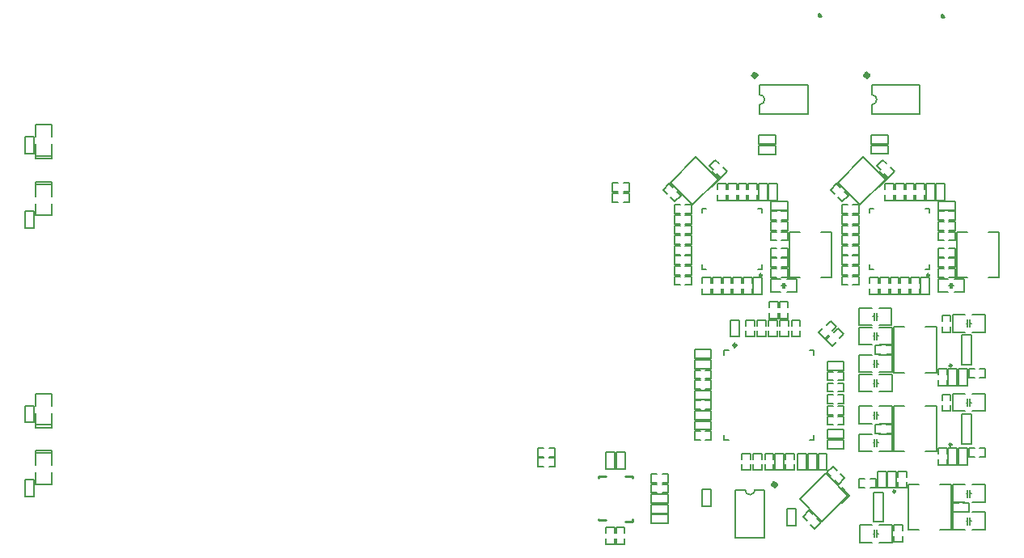
<source format=gbr>
%TF.GenerationSoftware,Altium Limited,Altium Designer,24.0.1 (36)*%
G04 Layer_Color=32896*
%FSLAX45Y45*%
%MOMM*%
%TF.SameCoordinates,AAAF7447-B715-4BC7-9B32-5AEFA729C21C*%
%TF.FilePolarity,Positive*%
%TF.FileFunction,Legend,Bot*%
%TF.Part,Single*%
G01*
G75*
%TA.AperFunction,NonConductor*%
%ADD70C,0.25000*%
%ADD71C,0.20000*%
%ADD73C,0.50000*%
%ADD74C,0.20320*%
%ADD75C,0.15240*%
%ADD76C,0.25400*%
%ADD79C,0.30000*%
%ADD80C,0.15000*%
D70*
X9984540Y4203800D02*
G03*
X9984540Y4203800I-12500J0D01*
G01*
X9751140Y5977620D02*
G03*
X9751140Y5977620I-12500J0D01*
G01*
X7998540D02*
G03*
X7998540Y5977620I-12500J0D01*
G01*
X9395260Y3713380D02*
G03*
X9395260Y3713380I-12500J0D01*
G01*
X9984540Y5031840D02*
G03*
X9984540Y5031840I-12500J0D01*
G01*
D71*
X8477060Y7663180D02*
Y7967980D01*
X7977060Y7663180D02*
X8477060D01*
X7977060Y7967980D02*
X8477060D01*
X9650540Y7663180D02*
Y7967980D01*
X9150540Y7663180D02*
X9650540D01*
X9150540Y7967980D02*
X9650540D01*
X7721600Y3229800D02*
Y3729800D01*
X8026400Y3229800D02*
Y3729800D01*
X7721600Y3229800D02*
X8026400D01*
X10187940Y4213800D02*
Y4523800D01*
X10087140Y4213800D02*
Y4523800D01*
X10187940D01*
X10087140Y4213800D02*
X10187940D01*
X9123640Y6042620D02*
Y6087620D01*
Y6042620D02*
X9168640D01*
X9123640Y6627620D02*
Y6672620D01*
X9168640D01*
X9708640D02*
X9753640D01*
Y6627620D02*
Y6672620D01*
Y6042620D02*
Y6087620D01*
X9708640Y6042620D02*
X9753640D01*
X8494649Y5191861D02*
X8544662Y5191862D01*
X8544661Y5141849D02*
X8544662Y5191862D01*
X8544661Y4301871D02*
X8544662Y4251858D01*
X8494649Y4251859D02*
X8544662Y4251858D01*
X7604658Y5191862D02*
X7654671Y5191861D01*
X7604658Y5191862D02*
X7604659Y5141849D01*
X7604658Y4251858D02*
X7604659Y4301871D01*
X7604658Y4251858D02*
X7654671Y4251859D01*
X9229189Y6903614D02*
X9310012Y6984437D01*
X9229189Y7065259D02*
X9308216Y6986233D01*
X7956040Y6042620D02*
X8001040D01*
Y6087620D01*
Y6627620D02*
Y6672620D01*
X7956040D02*
X8001040D01*
X7371040D02*
X7416040D01*
X7371040Y6627620D02*
Y6672620D01*
Y6042620D02*
X7416040D01*
X7371040D02*
Y6087620D01*
X7476589Y7065259D02*
X7555616Y6986233D01*
X7476589Y6903614D02*
X7557412Y6984437D01*
X9166860Y3703380D02*
X9267660D01*
X9166860Y3393380D02*
X9267660D01*
Y3703380D01*
X9166860Y3393380D02*
Y3703380D01*
X10087140Y5041840D02*
X10187940D01*
X10087140Y5351840D02*
X10187940D01*
X10087140Y5041840D02*
Y5351840D01*
X10187940Y5041840D02*
Y5351840D01*
X8832949Y3750559D02*
X8911976Y3671533D01*
X8832949Y3588914D02*
X8913772Y3669737D01*
D73*
X7937710Y8069580D02*
G03*
X7937710Y8069580I-15450J0D01*
G01*
X9111190D02*
G03*
X9111190Y8069580I-15450J0D01*
G01*
X8143450Y3784600D02*
G03*
X8143450Y3784600I-15450J0D01*
G01*
D74*
X7977060Y7764780D02*
G03*
X8027860Y7815580I0J50800D01*
G01*
X8027860D02*
G03*
X7977060Y7866380I-50800J0D01*
G01*
X9150540Y7764780D02*
G03*
X9201340Y7815580I0J50800D01*
G01*
X9201340D02*
G03*
X9150540Y7866380I-50800J0D01*
G01*
X7874000Y3679000D02*
G03*
X7924800Y3729800I0J50800D01*
G01*
X7823200D02*
G03*
X7874000Y3679000I50800J0D01*
G01*
X9225280Y5453388D02*
X9357180D01*
X9017180D02*
X9149080D01*
X9017180Y5636252D02*
X9149080D01*
X9225280D02*
X9357180D01*
Y5453372D02*
Y5636252D01*
X9017180Y5453372D02*
Y5636252D01*
X9226555Y4757399D02*
X9358455D01*
X9018455D02*
X9150355D01*
X9018455Y4940263D02*
X9150355D01*
X9226555D02*
X9358455D01*
Y4757383D02*
Y4940263D01*
X9018455Y4757383D02*
Y4940263D01*
X399166Y6602580D02*
Y6726980D01*
Y6803180D02*
Y6955080D01*
X569166Y6803180D02*
Y6955080D01*
Y6602580D02*
Y6726980D01*
X399166Y6602580D02*
X569166D01*
X399166Y6955080D02*
X569166D01*
X399166Y6927580D02*
X566666D01*
X7977060Y7663180D02*
Y7764780D01*
Y7866380D02*
Y7967980D01*
X9150540Y7663180D02*
Y7764780D01*
Y7866380D02*
Y7967980D01*
X7924800Y3729800D02*
X8026400D01*
X7721600D02*
X7823200D01*
X9996108Y3495024D02*
X10128008D01*
X10204208D02*
X10336108D01*
X10204208Y3312160D02*
X10336108D01*
X9996108D02*
X10128008D01*
X9996108D02*
Y3495040D01*
X10336108Y3312160D02*
Y3495040D01*
X9996108Y3784584D02*
X10128008D01*
X10204208D02*
X10336108D01*
X10204208Y3601720D02*
X10336108D01*
X9996108D02*
X10128008D01*
X9996108D02*
Y3784600D01*
X10336108Y3601720D02*
Y3784600D01*
X9019720Y3362952D02*
X9151620D01*
X9227820D02*
X9359720D01*
X9227820Y3180088D02*
X9359720D01*
X9019720D02*
X9151620D01*
X9019720D02*
Y3362968D01*
X9359720Y3180088D02*
Y3362968D01*
X9226792Y5250196D02*
X9358692D01*
X9018692D02*
X9150592D01*
X9018692Y5433060D02*
X9150592D01*
X9226792D02*
X9358692D01*
Y5250180D02*
Y5433060D01*
X9018692Y5250180D02*
Y5433060D01*
X9226792Y4132596D02*
X9358692D01*
X9018692D02*
X9150592D01*
X9018692Y4315460D02*
X9150592D01*
X9226792D02*
X9358692D01*
Y4132580D02*
Y4315460D01*
X9018692Y4132580D02*
Y4315460D01*
X9226792Y4422156D02*
X9358692D01*
X9018692D02*
X9150592D01*
X9018692Y4605020D02*
X9150592D01*
X9226792D02*
X9358692D01*
Y4422140D02*
Y4605020D01*
X9018692Y4422140D02*
Y4605020D01*
X10203180Y4554228D02*
X10335080D01*
X9995080D02*
X10126980D01*
X9995080Y4737092D02*
X10126980D01*
X10203180D02*
X10335080D01*
Y4554212D02*
Y4737092D01*
X9995080Y4554212D02*
Y4737092D01*
X9226792Y4960636D02*
X9358692D01*
X9018692D02*
X9150592D01*
X9018692Y5143500D02*
X9150592D01*
X9226792D02*
X9358692D01*
Y4960620D02*
Y5143500D01*
X9018692Y4960620D02*
Y5143500D01*
X10203180Y5382268D02*
X10335080D01*
X9995080D02*
X10126980D01*
X9995080Y5565132D02*
X10126980D01*
X10203180D02*
X10335080D01*
Y5382252D02*
Y5565132D01*
X9995080Y5382252D02*
Y5565132D01*
X399166Y4113310D02*
X566666D01*
X399166Y4140810D02*
X569166D01*
X399166Y3788310D02*
X569166D01*
Y3912710D01*
Y3988910D02*
Y4140810D01*
X399166Y3988910D02*
Y4140810D01*
Y3788310D02*
Y3912710D01*
X569166Y4611449D02*
Y4735849D01*
Y4383349D02*
Y4535249D01*
X399166Y4383349D02*
Y4535249D01*
Y4611449D02*
Y4735849D01*
X569166D01*
X399166Y4383349D02*
X569166D01*
X401666Y4410849D02*
X569166D01*
Y7425719D02*
Y7550119D01*
Y7197619D02*
Y7349519D01*
X399166Y7197619D02*
Y7349519D01*
Y7425719D02*
Y7550119D01*
X569166D01*
X399166Y7197619D02*
X569166D01*
X401666Y7225119D02*
X569166D01*
D75*
X9199880Y5544820D02*
X9212580D01*
X9161780D02*
X9174480D01*
Y5506720D02*
Y5582920D01*
X9199880Y5506720D02*
Y5582920D01*
X9201155Y4848831D02*
X9213855D01*
X9163055D02*
X9175755D01*
Y4810731D02*
Y4886931D01*
X9201155Y4810731D02*
Y4886931D01*
X7376160Y3560261D02*
Y3735261D01*
X7467600Y3560261D02*
Y3735261D01*
X7376160D02*
X7467600D01*
X7376160Y3560261D02*
X7467600D01*
X8354060Y3353879D02*
Y3528879D01*
X8262620Y3353879D02*
X8354060D01*
X8262620Y3528879D02*
X8354060D01*
X8262620Y3353879D02*
Y3528879D01*
X8591400Y5374378D02*
X8633513Y5416491D01*
X8673026Y5456004D02*
X8715139Y5498117D01*
X8591397Y5374374D02*
X8656054Y5309717D01*
X8656058Y5309720D02*
X8698171Y5351833D01*
X8715140Y5498118D02*
X8779798Y5433460D01*
X8737684Y5391346D02*
X8779798Y5433460D01*
X9220200Y5893522D02*
Y5953078D01*
X9128760Y5953084D02*
X9220200D01*
Y5778085D02*
Y5837642D01*
X9128760Y5778084D02*
X9220200D01*
X9128760Y5893522D02*
Y5953078D01*
Y5778084D02*
Y5837642D01*
X6610222Y6743700D02*
Y6835140D01*
X6435222Y6743700D02*
Y6835140D01*
X6494780D01*
X6550660Y6743700D02*
X6610216D01*
X6435224D02*
X6494780D01*
X6550660Y6835140D02*
X6610216D01*
X7840980Y6877598D02*
Y6937156D01*
X7749540D02*
X7840980D01*
Y6762162D02*
Y6821718D01*
X7749540Y6762156D02*
X7840980D01*
X7749540Y6877598D02*
Y6937155D01*
Y6762162D02*
Y6821718D01*
X7696200Y5953084D02*
X7787640D01*
X7696200Y5893522D02*
Y5953078D01*
X7787640Y5893522D02*
Y5953078D01*
X7696200Y5778084D02*
Y5837642D01*
Y5778084D02*
X7787640D01*
Y5778085D02*
Y5837642D01*
X7257922Y6195060D02*
Y6286500D01*
X7082922Y6195060D02*
Y6286500D01*
X7142480D01*
X7198360Y6195060D02*
X7257916D01*
X7082924D02*
X7142480D01*
X7198360Y6286500D02*
X7257916D01*
X8950960Y6301740D02*
X9010516D01*
X9010522D02*
Y6393180D01*
X8835524Y6301740D02*
X8895080D01*
X8835522D02*
Y6393180D01*
X8950960D02*
X9010516D01*
X8835522D02*
X8895080D01*
X9010522Y6195060D02*
Y6286500D01*
X8950960D02*
X9010516D01*
X8950960Y6195060D02*
X9010516D01*
X8835522Y6286500D02*
X8895080D01*
X8835522Y6195060D02*
Y6286500D01*
X8835524Y6195060D02*
X8895080D01*
X9010522Y6088380D02*
Y6179820D01*
X8950960D02*
X9010516D01*
X8950960Y6088380D02*
X9010516D01*
X8835522Y6179820D02*
X8895080D01*
X8835522Y6088380D02*
Y6179820D01*
X8835524Y6088380D02*
X8895080D01*
X9281288Y7039595D02*
X9323402Y6997481D01*
X9388059Y7062138D01*
X9199662Y7121220D02*
X9241775Y7079108D01*
X9199658Y7121224D02*
X9264316Y7185882D01*
X9345945Y7104252D02*
X9388058Y7062140D01*
X9264320Y7185878D02*
X9306432Y7143765D01*
X8839605Y6747217D02*
X8904263Y6811875D01*
X8715862Y6870961D02*
X8780519Y6935618D01*
X8822633Y6893504D01*
X8797489Y6789333D02*
X8839602Y6747221D01*
X8715863Y6870959D02*
X8757976Y6828847D01*
X8862147Y6853991D02*
X8904259Y6811878D01*
X8950960Y5875020D02*
X9010516D01*
X9010522D02*
Y5966460D01*
X8835524Y5875020D02*
X8895080D01*
X8835522D02*
Y5966460D01*
X8950960D02*
X9010516D01*
X8835522D02*
X8895080D01*
X8950960Y5981700D02*
X9010516D01*
X9010522D02*
Y6073140D01*
X8835524Y5981700D02*
X8895080D01*
X8835522D02*
Y6073140D01*
X8950960D02*
X9010516D01*
X8835522D02*
X8895080D01*
X8835522Y6515100D02*
Y6606540D01*
X8835527D02*
X8895084D01*
X8835527Y6515100D02*
X8895084D01*
X8950964Y6606540D02*
X9010520D01*
X9010522Y6515100D02*
Y6606540D01*
X8950964Y6515100D02*
X9010522D01*
X8835522Y6408420D02*
Y6499860D01*
X8835527D02*
X8895084D01*
X8835527Y6408420D02*
X8895084D01*
X8950964Y6499860D02*
X9010520D01*
X9010522Y6408420D02*
Y6499860D01*
X8950964Y6408420D02*
X9010522D01*
X9593580Y6877598D02*
Y6937156D01*
X9502140D02*
X9593580D01*
Y6762162D02*
Y6821718D01*
X9502140Y6762156D02*
X9593580D01*
X9502140Y6877598D02*
Y6937155D01*
Y6762162D02*
Y6821718D01*
X9395460Y6762156D02*
X9486900D01*
Y6762162D02*
Y6821718D01*
X9395460Y6762162D02*
Y6821718D01*
X9486900Y6877598D02*
Y6937156D01*
X9395460D02*
X9486900D01*
X9395460Y6877598D02*
Y6937155D01*
X9288780Y6762156D02*
X9380220D01*
Y6762162D02*
Y6821718D01*
X9288780Y6762162D02*
Y6821718D01*
X9380220Y6877598D02*
Y6937156D01*
X9288780D02*
X9380220D01*
X9288780Y6877598D02*
Y6937155D01*
X9700260Y6877598D02*
Y6937156D01*
X9608820D02*
X9700260D01*
Y6762162D02*
Y6821718D01*
X9608820Y6762156D02*
X9700260D01*
X9608820Y6877598D02*
Y6937155D01*
Y6762162D02*
Y6821718D01*
X9806940Y6762156D02*
Y6937156D01*
X9715500D02*
X9806940D01*
X9715500Y6762156D02*
X9806940D01*
X9715500D02*
Y6937156D01*
X9822180Y6762156D02*
X9913620D01*
Y6937156D01*
X9822180Y6762156D02*
Y6937156D01*
X9913620D01*
X7511720Y7185878D02*
X7553832Y7143765D01*
X7593345Y7104252D02*
X7635458Y7062140D01*
X7447058Y7121224D02*
X7511716Y7185882D01*
X7447062Y7121220D02*
X7489175Y7079108D01*
X7570802Y6997481D02*
X7635459Y7062138D01*
X7528688Y7039595D02*
X7570802Y6997481D01*
X7642860Y6762162D02*
Y6821718D01*
Y6877598D02*
Y6937155D01*
Y6762156D02*
X7734300D01*
Y6762162D02*
Y6821718D01*
X7642860Y6937156D02*
X7734300D01*
Y6877598D02*
Y6937156D01*
X7962900Y6762156D02*
Y6937156D01*
Y6762156D02*
X8054340D01*
X7962900Y6937156D02*
X8054340D01*
Y6762156D02*
Y6937156D01*
X7856220Y6762162D02*
Y6821718D01*
Y6877598D02*
Y6937155D01*
Y6762156D02*
X7947660D01*
Y6762162D02*
Y6821718D01*
X7856220Y6937156D02*
X7947660D01*
Y6877598D02*
Y6937156D01*
X7198360Y6621780D02*
X7257916D01*
X7082924D02*
X7142480D01*
X7257922D02*
Y6713220D01*
X7198360D02*
X7257916D01*
X7082922Y6621780D02*
Y6713220D01*
X7142480D01*
X8091280Y5801360D02*
X8192880D01*
X8203040Y5869940D02*
X8215740D01*
X8091280Y5801360D02*
Y5938520D01*
X8192880D01*
X8215740Y5844540D02*
Y5895340D01*
X8236060Y5844540D02*
Y5895340D01*
X8258920Y5801360D02*
X8360520D01*
X8236060Y5869940D02*
X8248760D01*
X8360520Y5801360D02*
Y5938520D01*
X8258920D02*
X8360520D01*
X7627620Y6762162D02*
Y6821718D01*
X7536180Y6762156D02*
X7627620D01*
X7536180Y6762162D02*
Y6821718D01*
X7627620Y6877598D02*
Y6937156D01*
X7536180Y6877598D02*
Y6937155D01*
Y6937156D02*
X7627620D01*
X8617699Y6430927D02*
X8729081D01*
Y5955688D02*
Y6430927D01*
X8617699Y5955688D02*
X8729081D01*
X8283839Y6430927D02*
X8395221D01*
X8283839Y5955688D02*
Y6430927D01*
Y5955688D02*
X8395221D01*
X7198360Y5966460D02*
X7257916D01*
X7257922Y5875020D02*
Y5966460D01*
X7198360Y5875020D02*
X7257916D01*
X7082922Y5966460D02*
X7142480D01*
X7082924Y5875020D02*
X7142480D01*
X7082922D02*
Y5966460D01*
X8090589Y6169660D02*
X8150145D01*
X8090584D02*
Y6261100D01*
X8090589D02*
X8150145D01*
X8206025Y6169660D02*
X8265583D01*
X8206025Y6261100D02*
X8265582D01*
X8265583Y6169660D02*
Y6261100D01*
X7894320Y5893525D02*
Y5953084D01*
Y5778089D02*
Y5837645D01*
X7802880Y5953084D02*
X7894320D01*
X7802880Y5893525D02*
Y5953082D01*
Y5778084D02*
X7894320D01*
X7802880Y5778089D02*
Y5837645D01*
X7907999Y5778084D02*
Y5953084D01*
Y5778084D02*
X7999439D01*
X7907999Y5953084D02*
X7999439D01*
Y5778084D02*
Y5953084D01*
X7082922Y6393180D02*
X7142480D01*
X7198360D02*
X7257916D01*
X7082922Y6301740D02*
Y6393180D01*
X7082924Y6301740D02*
X7142480D01*
X7257922D02*
Y6393180D01*
X7198360Y6301740D02*
X7257916D01*
X8206025Y6339840D02*
X8265583D01*
X8090589D02*
X8150145D01*
X8265583D02*
Y6431280D01*
X8206025D02*
X8265582D01*
X8090584Y6339840D02*
Y6431280D01*
X8090589D02*
X8150145D01*
X8206025Y6062980D02*
X8265583D01*
X8090589D02*
X8150145D01*
X8265583D02*
Y6154420D01*
X8206025D02*
X8265582D01*
X8090584Y6062980D02*
Y6154420D01*
X8090589D02*
X8150145D01*
X8069580Y6937156D02*
X8161020D01*
X8069580Y6762156D02*
Y6937156D01*
X8161020Y6762156D02*
Y6937156D01*
X8069580Y6762156D02*
X8161020D01*
X8206025Y6644640D02*
X8265582D01*
X8265583Y6553200D02*
Y6644640D01*
X8206025Y6553200D02*
X8265583D01*
X8090589Y6644640D02*
X8150145D01*
X8090589Y6553200D02*
X8150145D01*
X8090584D02*
Y6644640D01*
X8265583Y6659880D02*
Y6751320D01*
X8090584D02*
X8265583D01*
X8090584Y6659880D02*
X8265583D01*
X8090584D02*
Y6751320D01*
X8206022Y5956300D02*
X8265578D01*
X8090585D02*
X8150142D01*
X8265583D02*
Y6047740D01*
X8206022D02*
X8265578D01*
X8090584Y5956300D02*
Y6047740D01*
X8150142D01*
X7082924Y5981700D02*
X7142480D01*
X7082922D02*
Y6073140D01*
X7142480D01*
X7198360Y5981700D02*
X7257916D01*
X7198360Y6073140D02*
X7257916D01*
X7257922Y5981700D02*
Y6073140D01*
X7574280Y5778085D02*
Y5837642D01*
X7482840Y5778084D02*
X7574280D01*
X7482840D02*
Y5837642D01*
X7574280Y5893522D02*
Y5953078D01*
X7482840Y5893522D02*
Y5953078D01*
Y5953084D02*
X7574280D01*
X7680960Y5778085D02*
Y5837642D01*
X7589520Y5778084D02*
X7680960D01*
X7589520D02*
Y5837642D01*
X7680960Y5893522D02*
Y5953078D01*
X7589520Y5893522D02*
Y5953078D01*
Y5953084D02*
X7680960D01*
X7027919Y6935618D02*
X7070033Y6893504D01*
X7109547Y6853991D02*
X7151659Y6811878D01*
X6963262Y6870961D02*
X7027919Y6935618D01*
X6963263Y6870959D02*
X7005376Y6828847D01*
X7087005Y6747217D02*
X7151663Y6811875D01*
X7044889Y6789333D02*
X7087002Y6747221D01*
X7376160Y5778084D02*
Y5837642D01*
Y5893522D02*
Y5953078D01*
Y5778084D02*
X7467600D01*
Y5778085D02*
Y5837642D01*
X7376160Y5953084D02*
X7467600D01*
Y5893522D02*
Y5953078D01*
X8160258Y5332142D02*
Y5391698D01*
X8068818Y5332137D02*
X8160258D01*
X8068818Y5332142D02*
Y5391698D01*
X8160258Y5447578D02*
Y5507137D01*
X8068818Y5447578D02*
Y5507135D01*
Y5507137D02*
X8160258D01*
X7948930Y5447578D02*
Y5507135D01*
Y5507137D02*
X8040370D01*
Y5447578D02*
Y5507137D01*
X7948930Y5332142D02*
Y5391698D01*
X8040370Y5332142D02*
Y5391698D01*
X7948930Y5332137D02*
X8040370D01*
X7829042Y5332142D02*
Y5391698D01*
Y5447578D02*
Y5507135D01*
Y5332137D02*
X7920482D01*
Y5332142D02*
Y5391698D01*
X7829042Y5507137D02*
X7920482D01*
Y5447578D02*
Y5507137D01*
X8308848Y5332138D02*
Y5391695D01*
Y5447575D02*
Y5507131D01*
Y5332133D02*
X8400288D01*
Y5332138D02*
Y5391695D01*
X8308848Y5507133D02*
X8400288D01*
Y5447575D02*
Y5507133D01*
X7407362Y4343400D02*
X7466918D01*
X7466923Y4251960D02*
Y4343400D01*
X7407362Y4251960D02*
X7466918D01*
X7291923Y4343400D02*
X7351482D01*
X7291925Y4251960D02*
X7351482D01*
X7291923D02*
Y4343400D01*
X6367780Y3948877D02*
X6459220D01*
X6367780D02*
Y4123877D01*
X6459220Y3948877D02*
Y4123877D01*
X6367780D02*
X6459220D01*
X6365240Y3163059D02*
Y3222617D01*
Y3163059D02*
X6456680D01*
Y3163060D02*
Y3222617D01*
X6365240Y3278497D02*
Y3338053D01*
X6456680Y3278497D02*
Y3338053D01*
X6365240Y3338059D02*
X6456680D01*
X6839084Y3804920D02*
X6898640D01*
X6954520D02*
X7014076D01*
X6839082D02*
Y3896360D01*
X6898640D01*
X7014082Y3804920D02*
Y3896360D01*
X6954520D02*
X7014076D01*
X6839403Y3698240D02*
X6898960D01*
X6954840D02*
X7014396D01*
X6839401D02*
Y3789680D01*
X6898960D01*
X7014401Y3698240D02*
Y3789680D01*
X6954840D02*
X7014396D01*
X6471920Y3163059D02*
Y3222617D01*
Y3163059D02*
X6563360D01*
Y3163060D02*
Y3222617D01*
X6471920Y3278497D02*
Y3338053D01*
X6563360Y3278497D02*
Y3338053D01*
X6471920Y3338059D02*
X6563360D01*
X6838759Y3378200D02*
X7013759D01*
X6838759D02*
Y3469640D01*
X7013759Y3378200D02*
Y3469640D01*
X6838759D02*
X7013759D01*
X6840044Y3484880D02*
X7015044D01*
X6840044D02*
Y3576320D01*
X7015044Y3484880D02*
Y3576320D01*
X6840044D02*
X7015044D01*
X6839401Y3591560D02*
X7014401D01*
X6839401D02*
Y3683000D01*
X7014401Y3591560D02*
Y3683000D01*
X6839401D02*
X7014401D01*
X7291925Y4572000D02*
X7351482D01*
X7291923D02*
Y4663440D01*
X7351482D01*
X7407362Y4572000D02*
X7466918D01*
X7407362Y4663440D02*
X7466918D01*
X7466923Y4572000D02*
Y4663440D01*
X9530979Y3786012D02*
X9642361D01*
X9530979Y3310773D02*
Y3786012D01*
Y3310773D02*
X9642361D01*
X9864839Y3786012D02*
X9976221D01*
Y3310773D02*
Y3786012D01*
X9864839Y3310773D02*
X9976221D01*
X9298940Y3750442D02*
Y3925442D01*
X9207500Y3750442D02*
Y3925442D01*
Y3750442D02*
X9298940D01*
X9207500Y3925442D02*
X9298940D01*
X9314180Y3750761D02*
Y3925761D01*
X9405620Y3750761D02*
Y3925761D01*
X9314180D02*
X9405620D01*
X9314180Y3750761D02*
X9405620D01*
X10140708Y3403592D02*
X10153408D01*
X10178808D02*
X10191508D01*
X10178808Y3365492D02*
Y3441692D01*
X10153408Y3365492D02*
Y3441692D01*
X10140708Y3693152D02*
X10153408D01*
X10178808D02*
X10191508D01*
X10178808Y3655052D02*
Y3731252D01*
X10153408Y3655052D02*
Y3731252D01*
X9420860Y3865880D02*
Y3925436D01*
X9512300Y3750444D02*
Y3810000D01*
Y3865880D02*
Y3925436D01*
X9420860Y3750442D02*
Y3810000D01*
Y3750442D02*
X9512300D01*
X9420860Y3925442D02*
X9512300D01*
X10109006Y3594100D02*
X10168563D01*
X9993570Y3502660D02*
X10053126D01*
X10109006D02*
X10168563D01*
X9993568Y3594100D02*
X10053126D01*
X9993568Y3502660D02*
Y3594100D01*
X10168568Y3502660D02*
Y3594100D01*
X9380220Y3304540D02*
Y3364096D01*
X9471660Y3189104D02*
Y3248660D01*
Y3304540D02*
Y3364096D01*
X9380220Y3189102D02*
Y3248660D01*
Y3189102D02*
X9471660D01*
X9380220Y3364102D02*
X9471660D01*
X9164320Y3271520D02*
X9177020D01*
X9202420D02*
X9215120D01*
X9202420Y3233420D02*
Y3309620D01*
X9177020Y3233420D02*
Y3309620D01*
X9131300Y3843020D02*
X9190856D01*
X9015864Y3751580D02*
X9075420D01*
X9131300D02*
X9190856D01*
X9015862Y3843020D02*
X9075420D01*
X9015862Y3751580D02*
Y3843020D01*
X9190862Y3751580D02*
Y3843020D01*
X10055860Y3991738D02*
Y4166738D01*
X10147300Y3991738D02*
Y4166738D01*
X10055860D02*
X10147300D01*
X10055860Y3991738D02*
X10147300D01*
X9933940Y4819784D02*
Y4879340D01*
X9842500Y4935220D02*
Y4994776D01*
Y4819784D02*
Y4879340D01*
X9933940Y4935220D02*
Y4994778D01*
X9842500D02*
X9933940D01*
X9842500Y4819778D02*
X9933940D01*
X9949180Y4994459D02*
X10040620D01*
X9949180Y4819459D02*
X10040620D01*
X9949180D02*
Y4994459D01*
X10040620Y4819459D02*
Y4994459D01*
X9186237Y5151120D02*
X9245794D01*
X9301674Y5242560D02*
X9361230D01*
X9186237D02*
X9245794D01*
X9301674Y5151120D02*
X9361232D01*
Y5242560D01*
X9186232Y5151120D02*
Y5242560D01*
X10055860Y4819778D02*
X10147300D01*
X10055860Y4994778D02*
X10147300D01*
Y4819778D02*
Y4994778D01*
X10055860Y4819778D02*
Y4994778D01*
X7968379Y7244080D02*
X8143379D01*
X7968379Y7335520D02*
X8143379D01*
X7968379Y7244080D02*
Y7335520D01*
X8143379Y7244080D02*
Y7335520D01*
X9141859Y7353300D02*
X9316859D01*
X9141859Y7444740D02*
X9316859D01*
X9141859Y7353300D02*
Y7444740D01*
X9316859Y7353300D02*
Y7444740D01*
X7969021D02*
X8144021D01*
X7969021Y7353300D02*
X8144021D01*
Y7444740D01*
X7969021Y7353300D02*
Y7444740D01*
X9141859Y7246620D02*
X9316859D01*
X9141859Y7338060D02*
X9316859D01*
X9141859Y7246620D02*
Y7338060D01*
X9316859Y7246620D02*
Y7338060D01*
X9201392Y5341628D02*
X9214092D01*
X9163292D02*
X9175992D01*
Y5303528D02*
Y5379728D01*
X9201392Y5303528D02*
Y5379728D01*
X9712439Y4131168D02*
X9823821D01*
Y4606407D01*
X9712439D02*
X9823821D01*
X9378579Y4131168D02*
X9489961D01*
X9378579D02*
Y4606407D01*
X9489961D01*
X9186237Y4323080D02*
X9245794D01*
X9301674Y4414520D02*
X9361230D01*
X9186237D02*
X9245794D01*
X9301674Y4323080D02*
X9361232D01*
Y4414520D01*
X9186232Y4323080D02*
Y4414520D01*
X9201392Y4224028D02*
X9214092D01*
X9163292D02*
X9175992D01*
Y4185928D02*
Y4262128D01*
X9201392Y4185928D02*
Y4262128D01*
Y4513588D02*
X9214092D01*
X9163292D02*
X9175992D01*
Y4475488D02*
Y4551688D01*
X9201392Y4475488D02*
Y4551688D01*
X10163944Y4074160D02*
X10223500D01*
X10279380Y4165600D02*
X10338936D01*
X10163944D02*
X10223500D01*
X10279380Y4074160D02*
X10338938D01*
Y4165600D01*
X10163938Y4074160D02*
Y4165600D01*
X9974580Y5381124D02*
Y5440680D01*
X9883140Y5496560D02*
Y5556116D01*
Y5381124D02*
Y5440680D01*
X9974580Y5496560D02*
Y5556118D01*
X9883140D02*
X9974580D01*
X9883140Y5381118D02*
X9974580D01*
Y4553084D02*
Y4612640D01*
X9883140Y4668520D02*
Y4728076D01*
Y4553084D02*
Y4612640D01*
X9974580Y4668520D02*
Y4728078D01*
X9883140D02*
X9974580D01*
X9883140Y4553078D02*
X9974580D01*
X9933940Y3991744D02*
Y4051300D01*
X9842500Y4107180D02*
Y4166736D01*
Y3991744D02*
Y4051300D01*
X9933940Y4107180D02*
Y4166738D01*
X9842500D02*
X9933940D01*
X9842500Y3991738D02*
X9933940D01*
X10177780Y4645660D02*
X10190480D01*
X10139680D02*
X10152380D01*
Y4607560D02*
Y4683760D01*
X10177780Y4607560D02*
Y4683760D01*
X9712439Y4959208D02*
X9823821D01*
Y5434447D01*
X9712439D02*
X9823821D01*
X9378579Y4959208D02*
X9489961D01*
X9378579D02*
Y5434447D01*
X9489961D01*
X9201392Y5052068D02*
X9214092D01*
X9163292D02*
X9175992D01*
Y5013968D02*
Y5090168D01*
X9201392Y5013968D02*
Y5090168D01*
X10177780Y5473700D02*
X10190480D01*
X10139680D02*
X10152380D01*
Y5435600D02*
Y5511800D01*
X10177780Y5435600D02*
Y5511800D01*
X10163944Y4902200D02*
X10223500D01*
X10279380Y4993640D02*
X10338936D01*
X10163944D02*
X10223500D01*
X10279380Y4902200D02*
X10338938D01*
Y4993640D01*
X10163938Y4902200D02*
Y4993640D01*
X10040620Y3991419D02*
Y4166419D01*
X9949180Y3991419D02*
Y4166419D01*
Y3991419D02*
X10040620D01*
X9949180Y4166419D02*
X10040620D01*
X8272780Y5639518D02*
Y5699076D01*
X8181340D02*
X8272780D01*
X8181340Y5639518D02*
Y5699074D01*
X8272780Y5524082D02*
Y5583638D01*
X8181340Y5524082D02*
Y5583638D01*
Y5524076D02*
X8272780D01*
X8166100Y5639518D02*
Y5699076D01*
X8074660D02*
X8166100D01*
X8074660Y5639518D02*
Y5699074D01*
X8166100Y5524082D02*
Y5583638D01*
X8074660Y5524082D02*
Y5583638D01*
Y5524076D02*
X8166100D01*
X7198364Y6408420D02*
X7257922D01*
Y6499860D01*
X7198364D02*
X7257920D01*
X7082927Y6408420D02*
X7142484D01*
X7082927Y6499860D02*
X7142484D01*
X7082922Y6408420D02*
Y6499860D01*
X7198364Y6515100D02*
X7257922D01*
Y6606540D01*
X7198364D02*
X7257920D01*
X7082927Y6515100D02*
X7142484D01*
X7082927Y6606540D02*
X7142484D01*
X7082922Y6515100D02*
Y6606540D01*
X8813884Y5315146D02*
X8855998Y5357260D01*
X8791340Y5421918D02*
X8855998Y5357260D01*
X8732258Y5233520D02*
X8774371Y5275633D01*
X8667597Y5298174D02*
X8732254Y5233517D01*
X8749226Y5379804D02*
X8791339Y5421917D01*
X8667600Y5298178D02*
X8709713Y5340291D01*
X6474460Y3948877D02*
X6565900D01*
X6474460D02*
Y4123877D01*
X6565900Y3948877D02*
Y4123877D01*
X6474460D02*
X6565900D01*
X9433560Y5778085D02*
Y5837642D01*
X9342120Y5778084D02*
X9433560D01*
X9342120D02*
Y5837642D01*
X9433560Y5893522D02*
Y5953078D01*
X9342120Y5893522D02*
Y5953078D01*
Y5953084D02*
X9433560D01*
X9326880Y5893522D02*
Y5953078D01*
Y5778085D02*
Y5837642D01*
X9235440Y5953084D02*
X9326880D01*
X9235440Y5893522D02*
Y5953078D01*
Y5778084D02*
X9326880D01*
X9235440D02*
Y5837642D01*
X9958625Y6431280D02*
X10018182D01*
X10018183Y6339840D02*
Y6431280D01*
X9958625Y6339840D02*
X10018183D01*
X9843189Y6431280D02*
X9902745D01*
X9843189Y6339840D02*
X9902745D01*
X9843184D02*
Y6431280D01*
X8950960Y6713220D02*
X9010516D01*
X9010522Y6621780D02*
Y6713220D01*
X8950960Y6621780D02*
X9010516D01*
X8835522Y6713220D02*
X8895080D01*
X8835524Y6621780D02*
X8895080D01*
X8835522D02*
Y6713220D01*
X10370299Y6430927D02*
X10481681D01*
Y5955688D02*
Y6430927D01*
X10370299Y5955688D02*
X10481681D01*
X10036439Y6430927D02*
X10147821D01*
X10036439Y5955688D02*
Y6430927D01*
Y5955688D02*
X10147821D01*
X10018183Y6659880D02*
Y6751320D01*
X9843184D02*
X10018183D01*
X9843184Y6659880D02*
X10018183D01*
X9843184D02*
Y6751320D01*
X9958625Y6644640D02*
X10018182D01*
X10018183Y6553200D02*
Y6644640D01*
X9958625Y6553200D02*
X10018183D01*
X9843189Y6644640D02*
X9902745D01*
X9843189Y6553200D02*
X9902745D01*
X9843184D02*
Y6644640D01*
X9843880Y5801360D02*
X9945480D01*
X9955640Y5869940D02*
X9968340D01*
X9843880Y5801360D02*
Y5938520D01*
X9945480D01*
X9968340Y5844540D02*
Y5895340D01*
X9988660Y5844540D02*
Y5895340D01*
X10011520Y5801360D02*
X10113120D01*
X9988660Y5869940D02*
X10001360D01*
X10113120Y5801360D02*
Y5938520D01*
X10011520D02*
X10113120D01*
X9958622Y5956300D02*
X10018178D01*
X9843185D02*
X9902742D01*
X10018183D02*
Y6047740D01*
X9958622D02*
X10018178D01*
X9843184Y5956300D02*
Y6047740D01*
X9902742D01*
X9540240Y5893522D02*
Y5953078D01*
Y5778085D02*
Y5837642D01*
X9448800Y5953084D02*
X9540240D01*
X9448800Y5893522D02*
Y5953078D01*
Y5778084D02*
X9540240D01*
X9448800D02*
Y5837642D01*
X9843189Y6169660D02*
X9902745D01*
X9843184D02*
Y6261100D01*
X9843189D02*
X9902745D01*
X9958625Y6169660D02*
X10018183D01*
X9958625Y6261100D02*
X10018182D01*
X10018183Y6169660D02*
Y6261100D01*
X9843189Y6062980D02*
X9902745D01*
X9843184D02*
Y6154420D01*
X9843189D02*
X9902745D01*
X9958625Y6062980D02*
X10018183D01*
X9958625Y6154420D02*
X10018182D01*
X10018183Y6062980D02*
Y6154420D01*
X9646920Y5893525D02*
Y5953084D01*
Y5778089D02*
Y5837645D01*
X9555480Y5953084D02*
X9646920D01*
X9555480Y5893525D02*
Y5953082D01*
Y5778084D02*
X9646920D01*
X9555480Y5778089D02*
Y5837645D01*
X9660599Y5778084D02*
Y5953084D01*
Y5778084D02*
X9752039D01*
X9660599Y5953084D02*
X9752039D01*
Y5778084D02*
Y5953084D01*
X7292201Y5105400D02*
X7467201D01*
X7292201D02*
Y5196840D01*
X7467201Y5105400D02*
Y5196840D01*
X7292201D02*
X7467201D01*
X7880350Y3936585D02*
Y3996142D01*
X7788910Y3936583D02*
X7880350D01*
Y4052022D02*
Y4111578D01*
X7788910Y4111583D02*
X7880350D01*
X7788910Y3936583D02*
Y3996142D01*
Y4052022D02*
Y4111578D01*
X8797838Y4727702D02*
X8857395D01*
X8857397Y4636262D02*
Y4727702D01*
X8682402D02*
X8741958D01*
X8682397Y4636262D02*
Y4727702D01*
X8797838Y4636262D02*
X8857397D01*
X8682402D02*
X8741958D01*
X8000492Y3936585D02*
Y3996142D01*
X7909052Y3936583D02*
X8000492D01*
Y4052022D02*
Y4111578D01*
X7909052Y4111583D02*
X8000492D01*
X7909052Y3936583D02*
Y3996142D01*
Y4052022D02*
Y4111578D01*
X8682397Y4983480D02*
X8857397D01*
X8682397D02*
Y5074920D01*
X8857397Y4983480D02*
Y5074920D01*
X8682397D02*
X8857397D01*
X8797838Y4967478D02*
X8857395D01*
X8857397Y4876038D02*
Y4967478D01*
X8682402D02*
X8741958D01*
X8682397Y4876038D02*
Y4967478D01*
X8797838Y4876038D02*
X8857397D01*
X8682402D02*
X8741958D01*
X7292201Y4678680D02*
X7467201D01*
X7292201D02*
Y4770120D01*
X7467201Y4678680D02*
Y4770120D01*
X7292201D02*
X7467201D01*
X7407362Y4983480D02*
X7466918D01*
X7291923D02*
X7351482D01*
X7466923Y4892040D02*
Y4983480D01*
X7407362Y4892040D02*
X7466918D01*
X7291923D02*
Y4983480D01*
X7291925Y4892040D02*
X7351482D01*
X8797838Y4500880D02*
X8857395D01*
X8857397Y4409440D02*
Y4500880D01*
X8682402D02*
X8741958D01*
X8682397Y4409440D02*
Y4500880D01*
X8797838Y4409440D02*
X8857397D01*
X8682402D02*
X8741958D01*
X7669022Y5332137D02*
Y5507137D01*
X7760462D01*
X7669022Y5332137D02*
X7760462D01*
Y5507137D01*
X8188960Y5447578D02*
Y5507135D01*
Y5507137D02*
X8280400D01*
X8188960Y5332142D02*
Y5391698D01*
Y5332137D02*
X8280400D01*
Y5447578D02*
Y5507137D01*
Y5332142D02*
Y5391698D01*
X8797838Y4607560D02*
X8857395D01*
X8857397Y4516120D02*
Y4607560D01*
X8682402D02*
X8741958D01*
X8682397Y4516120D02*
Y4607560D01*
X8797838Y4516120D02*
X8857397D01*
X8682402D02*
X8741958D01*
X7291922Y4785360D02*
X7351478D01*
X7407358D02*
X7466916D01*
X7291916D02*
Y4876800D01*
X7291922D02*
X7351478D01*
X7466916Y4785360D02*
Y4876800D01*
X7407358D02*
X7466914D01*
X8682402Y4756150D02*
X8741958D01*
X8797838D02*
X8857397D01*
X8682397D02*
Y4847590D01*
X8682402D02*
X8741958D01*
X8857397Y4756150D02*
Y4847590D01*
X8797838D02*
X8857395D01*
X7292201Y4465320D02*
X7467201D01*
X7292201D02*
Y4556760D01*
X7467201Y4465320D02*
Y4556760D01*
X7292201D02*
X7467201D01*
X8135620Y3936583D02*
Y4111583D01*
X8227060D01*
X8135620Y3936583D02*
X8227060D01*
Y4111583D01*
X8333740Y3936585D02*
Y3996142D01*
X8242300Y3936583D02*
X8333740D01*
Y4052022D02*
Y4111578D01*
X8242300Y4111583D02*
X8333740D01*
X8242300Y3936583D02*
Y3996142D01*
Y4052022D02*
Y4111578D01*
X7292201Y4450080D02*
X7467201D01*
Y4358640D02*
Y4450080D01*
X7292201Y4358640D02*
Y4450080D01*
Y4358640D02*
X7467201D01*
X8120380Y3936585D02*
Y3996142D01*
X8028940Y3936583D02*
X8120380D01*
Y4052022D02*
Y4111578D01*
X8028940Y4111583D02*
X8120380D01*
X8028940Y3936583D02*
Y3996142D01*
Y4052022D02*
Y4111578D01*
X8374380Y3936583D02*
Y4111583D01*
X8465820D01*
X8374380Y3936583D02*
X8465820D01*
Y4111583D01*
X8427502Y3448380D02*
X8469615Y3406268D01*
X8427501Y3448382D02*
X8492158Y3513039D01*
X8509128Y3366755D02*
X8551240Y3324642D01*
X8551244Y3324638D02*
X8615902Y3389296D01*
X8492158Y3513039D02*
X8534272Y3470925D01*
X8573785Y3431412D02*
X8615898Y3389300D01*
X8824044Y3894894D02*
X8866157Y3852781D01*
X8801500Y3788122D02*
X8866158Y3852780D01*
X8742418Y3976520D02*
X8784531Y3934407D01*
X8677757Y3911866D02*
X8742414Y3976523D01*
X8759386Y3830236D02*
X8801500Y3788122D01*
X8677760Y3911862D02*
X8719873Y3869749D01*
X8587740Y3936583D02*
Y4111583D01*
X8679180D01*
X8587740Y3936583D02*
X8679180D01*
Y4111583D01*
X8481060Y3936583D02*
Y4111583D01*
X8572500D01*
X8481060Y3936583D02*
X8572500D01*
Y4111583D01*
X8682799Y4267200D02*
X8857799D01*
X8682799D02*
Y4358640D01*
X8857799Y4267200D02*
Y4358640D01*
X8682799D02*
X8857799D01*
X8682799Y4160520D02*
X8857799D01*
X8682799D02*
Y4251960D01*
X8857799Y4160520D02*
Y4251960D01*
X8682799D02*
X8857799D01*
X7292201Y5090160D02*
X7467201D01*
Y4998720D02*
Y5090160D01*
X7292201Y4998720D02*
Y5090160D01*
Y4998720D02*
X7467201D01*
X286040Y6473591D02*
Y6648591D01*
X377480Y6473591D02*
Y6648591D01*
X286040D02*
X377480D01*
X286040Y6473591D02*
X377480D01*
X286040Y7425189D02*
X377480D01*
X286040Y7250189D02*
X377480D01*
X286040D02*
Y7425189D01*
X377480Y7250189D02*
Y7425189D01*
X286040Y3659271D02*
Y3834271D01*
X377480Y3659271D02*
Y3834271D01*
X286040D02*
X377480D01*
X286040Y3659271D02*
X377480D01*
Y4435869D02*
Y4610869D01*
X286040Y4435869D02*
Y4610869D01*
Y4435869D02*
X377480D01*
X286040Y4610869D02*
X377480D01*
X6550660Y6941820D02*
X6610216D01*
X6435224Y6850380D02*
X6494780D01*
X6550660D02*
X6610216D01*
X6435222Y6941820D02*
X6494780D01*
X6435222Y6850380D02*
Y6941820D01*
X6610222Y6850380D02*
Y6941820D01*
X9843189Y6446520D02*
X9902745D01*
X9958625Y6537960D02*
X10018182D01*
X9843189D02*
X9902745D01*
X9958625Y6446520D02*
X10018183D01*
Y6537960D01*
X9843184Y6446520D02*
Y6537960D01*
X8090589Y6446520D02*
X8150145D01*
X8206025Y6537960D02*
X8265582D01*
X8090589D02*
X8150145D01*
X8206025Y6446520D02*
X8265583D01*
Y6537960D01*
X8090584Y6446520D02*
Y6537960D01*
X7198360Y6179820D02*
X7257916D01*
X7082924Y6088380D02*
X7142480D01*
X7198360D02*
X7257916D01*
X7082922Y6179820D02*
X7142480D01*
X7082922Y6088380D02*
Y6179820D01*
X7257922Y6088380D02*
Y6179820D01*
X5827905Y3972560D02*
Y4064000D01*
X5652905Y3972560D02*
Y4064000D01*
X5712464D01*
X5768344Y3972560D02*
X5827900D01*
X5652907D02*
X5712464D01*
X5768344Y4064000D02*
X5827900D01*
X5827904Y4076700D02*
Y4168140D01*
X5652904Y4076700D02*
Y4168140D01*
X5712462D01*
X5768342Y4076700D02*
X5827898D01*
X5652905D02*
X5712462D01*
X5768342Y4168140D02*
X5827898D01*
D76*
X8592820Y8685530D02*
Y8710930D01*
X8605520Y8698230D01*
X8592820Y8685530D02*
X8618220D01*
X8599170Y8704580D02*
X8618220Y8685530D01*
X8605520D02*
Y8698230D01*
X9875520Y8682990D02*
Y8708390D01*
X9888220Y8695690D01*
X9875520Y8682990D02*
X9900920D01*
X9881870Y8702040D02*
X9900920Y8682990D01*
X9888220D02*
Y8695690D01*
X6286500Y3413759D02*
Y3426459D01*
Y3413759D02*
X6362700D01*
X6565900Y3401059D02*
X6642100D01*
Y3426459D01*
X6286500Y3855488D02*
Y3870959D01*
X6362700D01*
X6565900D02*
X6642100D01*
Y3858259D02*
Y3870959D01*
D79*
X7714915Y5227858D02*
G03*
X7714661Y5227858I-127J14999D01*
G01*
D80*
X8790953Y6946719D02*
X9060361Y7216127D01*
X8790953Y6946719D02*
X9024439Y6713233D01*
X9060361Y7216127D02*
X9293847Y6982641D01*
X9024439Y6713233D02*
X9293847Y6982641D01*
X7271839Y6713233D02*
X7541247Y6982641D01*
X7307761Y7216127D02*
X7541247Y6982641D01*
X7038353Y6946719D02*
X7271839Y6713233D01*
X7038353Y6946719D02*
X7307761Y7216127D01*
X8664121Y3901427D02*
X8897607Y3667941D01*
X8628199Y3398533D02*
X8897607Y3667941D01*
X8394713Y3632019D02*
X8664121Y3901427D01*
X8394713Y3632019D02*
X8628199Y3398533D01*
%TF.MD5,fc5dc92013c62951a89a251586c6667e*%
M02*

</source>
